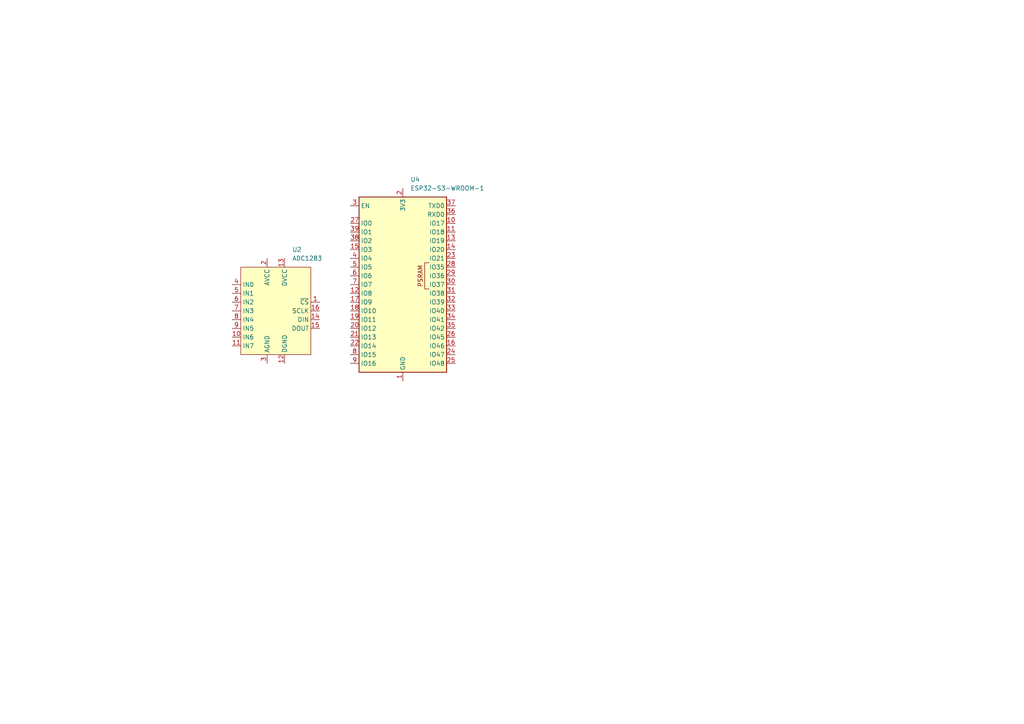
<source format=kicad_sch>
(kicad_sch (version 20231120) (generator "eeschema") (generator_version "8.0")
  (paper "A4")
  (lib_symbols
    (symbol "Analog_ADC:ADC1283"
      (property "Reference" "U" (at 7.62 13.97 0))
      (property "Value" "ADC1283" (at 0 0 0))
      (symbol "ADC1283_1_1"
        (polyline (pts (xy -10.16 -12.7) (xy -10.16 12.7) (xy 10.16 12.7) (xy 10.16 -12.7) (xy -10.16 -12.7)) (fill (type background)))
        (pin input line (at 12.7 2.54 180) (length 2.54) (name "~{CS}") (number "1"))
        (pin input line (at -12.7 -7.62 0) (length 2.54) (name "IN6") (number "10"))
        (pin input line (at -12.7 -10.16 0) (length 2.54) (name "IN7") (number "11"))
        (pin power_in line (at 2.54 -15.24 90) (length 2.54) (name "DGND") (number "12"))
        (pin power_in line (at 2.54 15.24 270) (length 2.54) (name "DVCC") (number "13"))
        (pin input line (at 12.7 -2.54 180) (length 2.54) (name "DIN") (number "14"))
        (pin output line (at 12.7 -5.08 180) (length 2.54) (name "DOUT") (number "15"))
        (pin input line (at 12.7 0 180) (length 2.54) (name "SCLK") (number "16"))
        (pin power_in line (at -2.54 15.24 270) (length 2.54) (name "AVCC") (number "2"))
        (pin power_in line (at -2.54 -15.24 90) (length 2.54) (name "AGND") (number "3"))
        (pin input line (at -12.7 7.62 0) (length 2.54) (name "IN0") (number "4"))
        (pin input line (at -12.7 5.08 0) (length 2.54) (name "IN1") (number "5"))
        (pin input line (at -12.7 2.54 0) (length 2.54) (name "IN2") (number "6"))
        (pin input line (at -12.7 0 0) (length 2.54) (name "IN3") (number "7"))
        (pin input line (at -12.7 -2.54 0) (length 2.54) (name "IN4") (number "8"))
        (pin input line (at -12.7 -5.08 0) (length 2.54) (name "IN5") (number "9"))
      )
    )
    (symbol "RF_Module:ESP32-S3-WROOM-1"
      (property "Reference" "U" (at -12.7 26.67 0))
      (property "Value" "ESP32-S3-WROOM-1" (at 12.7 26.67 0))
      (symbol "ESP32-S3-WROOM-1_0_0"
        (rectangle (start -12.7 25.4) (end 12.7 -25.4) (stroke (width 0.254)) (fill (type background)))
        (text "PSRAM" (at 5.08 2.54 900) (effects (font (size 1.27 1.27))))
      )
      (symbol "ESP32-S3-WROOM-1_0_1"
        (polyline (pts (xy 7.62 -1.27) (xy 6.35 -1.27) (xy 6.35 6.35) (xy 7.62 6.35)))
      )
      (symbol "ESP32-S3-WROOM-1_1_1"
        (pin power_in line (at 0 -27.94 90) (length 2.54) (name "GND") (number "1"))
        (pin bidirectional line (at 15.24 17.78 180) (length 2.54) (name "IO17") (number "10"))
        (pin bidirectional line (at 15.24 15.24 180) (length 2.54) (name "IO18") (number "11"))
        (pin bidirectional line (at -15.24 -2.54 0) (length 2.54) (name "IO8") (number "12"))
        (pin bidirectional line (at 15.24 12.7 180) (length 2.54) (name "IO19") (number "13"))
        (pin bidirectional line (at 15.24 10.16 180) (length 2.54) (name "IO20") (number "14"))
        (pin bidirectional line (at -15.24 10.16 0) (length 2.54) (name "IO3") (number "15"))
        (pin bidirectional line (at 15.24 -17.78 180) (length 2.54) (name "IO46") (number "16"))
        (pin bidirectional line (at -15.24 -5.08 0) (length 2.54) (name "IO9") (number "17"))
        (pin bidirectional line (at -15.24 -7.62 0) (length 2.54) (name "IO10") (number "18"))
        (pin bidirectional line (at -15.24 -10.16 0) (length 2.54) (name "IO11") (number "19"))
        (pin power_in line (at 0 27.94 270) (length 2.54) (name "3V3") (number "2"))
        (pin bidirectional line (at -15.24 -12.7 0) (length 2.54) (name "IO12") (number "20"))
        (pin bidirectional line (at -15.24 -15.24 0) (length 2.54) (name "IO13") (number "21"))
        (pin bidirectional line (at -15.24 -17.78 0) (length 2.54) (name "IO14") (number "22"))
        (pin bidirectional line (at 15.24 7.62 180) (length 2.54) (name "IO21") (number "23"))
        (pin bidirectional line (at 15.24 -20.32 180) (length 2.54) (name "IO47") (number "24"))
        (pin bidirectional line (at 15.24 -22.86 180) (length 2.54) (name "IO48") (number "25"))
        (pin bidirectional line (at 15.24 -15.24 180) (length 2.54) (name "IO45") (number "26"))
        (pin bidirectional line (at -15.24 17.78 0) (length 2.54) (name "IO0") (number "27"))
        (pin bidirectional line (at 15.24 5.08 180) (length 2.54) (name "IO35") (number "28"))
        (pin bidirectional line (at 15.24 2.54 180) (length 2.54) (name "IO36") (number "29"))
        (pin input line (at -15.24 22.86 0) (length 2.54) (name "EN") (number "3"))
        (pin bidirectional line (at 15.24 0 180) (length 2.54) (name "IO37") (number "30"))
        (pin bidirectional line (at 15.24 -2.54 180) (length 2.54) (name "IO38") (number "31"))
        (pin bidirectional line (at 15.24 -5.08 180) (length 2.54) (name "IO39") (number "32"))
        (pin bidirectional line (at 15.24 -7.62 180) (length 2.54) (name "IO40") (number "33"))
        (pin bidirectional line (at 15.24 -10.16 180) (length 2.54) (name "IO41") (number "34"))
        (pin bidirectional line (at 15.24 -12.7 180) (length 2.54) (name "IO42") (number "35"))
        (pin bidirectional line (at 15.24 20.32 180) (length 2.54) (name "RXD0") (number "36"))
        (pin bidirectional line (at 15.24 22.86 180) (length 2.54) (name "TXD0") (number "37"))
        (pin bidirectional line (at -15.24 12.7 0) (length 2.54) (name "IO2") (number "38"))
        (pin bidirectional line (at -15.24 15.24 0) (length 2.54) (name "IO1") (number "39"))
        (pin bidirectional line (at -15.24 7.62 0) (length 2.54) (name "IO4") (number "4"))
        (pin passive line (at 0 -27.94 90) (length 2.54) hide (name "GND") (number "40"))
        (pin passive line (at 0 -27.94 90) (length 2.54) hide (name "GND") (number "41"))
        (pin bidirectional line (at -15.24 5.08 0) (length 2.54) (name "IO5") (number "5"))
        (pin bidirectional line (at -15.24 2.54 0) (length 2.54) (name "IO6") (number "6"))
        (pin bidirectional line (at -15.24 0 0) (length 2.54) (name "IO7") (number "7"))
        (pin bidirectional line (at -15.24 -20.32 0) (length 2.54) (name "IO15") (number "8"))
        (pin bidirectional line (at -15.24 -22.86 0) (length 2.54) (name "IO16") (number "9"))
      )
    )
  )
  (symbol (lib_id "RF_Module:ESP32-S3-WROOM-1") (at 116.84 82.55 0) (unit 1)
    (property "Reference" "U4" (at 119.0341 52.07 0) (effects (justify left)))
    (property "Value" "ESP32-S3-WROOM-1" (at 119.0341 54.61 0) (effects (justify left)))
    (property "Footprint" "RF_Module:ESP32-S3-WROOM-1" (effects (hide yes)))
    (property "Datasheet" "https://www.espressif.com/sites/default/files/documentation/esp32-s3-wroom-1_wroom-1u_datasheet_en.pdf" (effects (hide yes)))
    (property "Description" "RF Module, ESP32-S3 SoC, Wi-Fi 802.11b/g/n, Bluetooth, BLE, 32-bit, 3.3V, onboard antenna, SMD" (effects (hide yes)))
  )
  (symbol (lib_id "Analog_ADC:ADC1283") (at 80.01 90.17 0) (unit 1)
    (property "Reference" "U2" (at 84.7441 72.39 0) (effects (justify left)))
    (property "Value" "ADC1283" (at 84.7441 74.93 0) (effects (justify left)))
    (property "Footprint" "Package_SO:TSSOP-16_4.4x5mm_P0.65mm" (effects (hide yes)))
    (property "Datasheet" "https://www.st.com/resource/en/datasheet/adc1283.pdf" (effects (hide yes)))
    (property "Description" "Low power 8-channel single ended 12-bit SAR ADC, 50 ksps to 200 ksps, SPI, TSSOP-16" (effects (hide yes)))
  )
)
</source>
